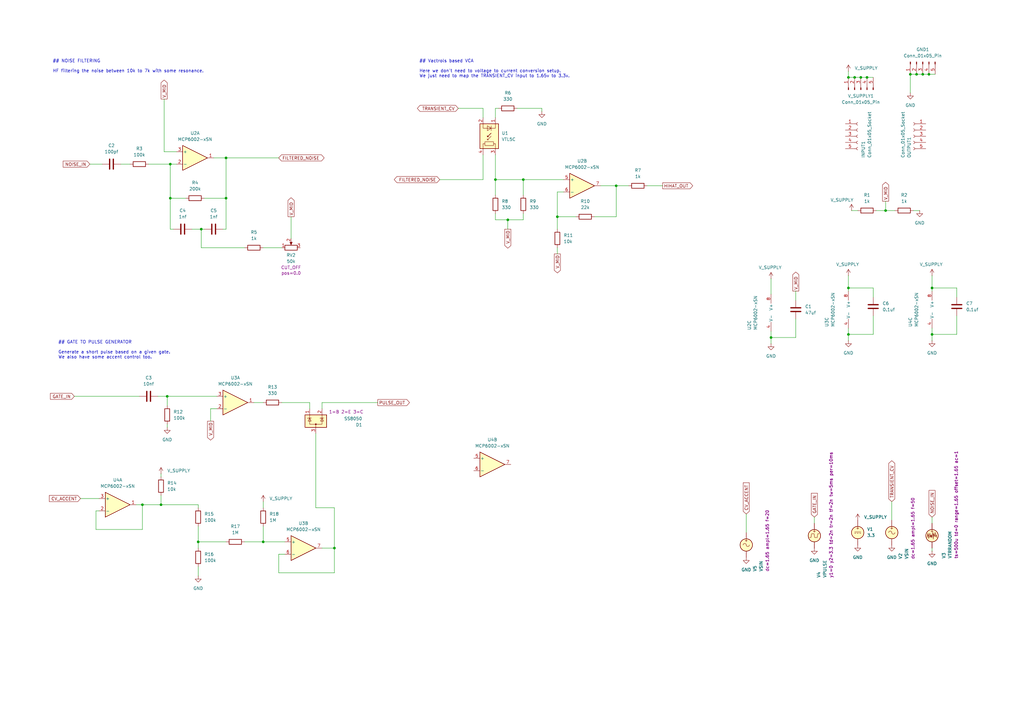
<source format=kicad_sch>
(kicad_sch (version 20231120) (generator "eeschema") (generator_version "8.0")
  (paper "A3")
  (lib_symbols
    (symbol "Amplifier_Operational:MCP6002-xSN" (pin_names (offset 0.127))
      (property "Reference" "U" (at 0 5.08 0))
      (property "Value" "MCP6002-xSN" (at 0 -5.08 0))
      (symbol "MCP6002-xSN_1_1"
        (polyline (pts (xy -5.08 5.08) (xy 5.08 0) (xy -5.08 -5.08) (xy -5.08 5.08)) (stroke (width 0.254)) (fill (type background)))
        (pin output line (at 7.62 0 180) (length 2.54) (name "~") (number "1"))
        (pin input line (at -7.62 -2.54 0) (length 2.54) (name "-") (number "2"))
        (pin input line (at -7.62 2.54 0) (length 2.54) (name "+") (number "3"))
      )
      (symbol "MCP6002-xSN_2_1"
        (polyline (pts (xy -5.08 5.08) (xy 5.08 0) (xy -5.08 -5.08) (xy -5.08 5.08)) (stroke (width 0.254)) (fill (type background)))
        (pin input line (at -7.62 2.54 0) (length 2.54) (name "+") (number "5"))
        (pin input line (at -7.62 -2.54 0) (length 2.54) (name "-") (number "6"))
        (pin output line (at 7.62 0 180) (length 2.54) (name "~") (number "7"))
      )
      (symbol "MCP6002-xSN_3_1"
        (pin power_in line (at -2.54 -7.62 90) (length 3.81) (name "V-") (number "4"))
        (pin power_in line (at -2.54 7.62 270) (length 3.81) (name "V+") (number "8"))
      )
    )
    (symbol "Connector:Conn_01x05_Pin" (pin_names (offset 1.016) hide)
      (property "Reference" "J" (at 0 7.62 0))
      (property "Value" "Conn_01x05_Pin" (at 0 -7.62 0))
      (symbol "Conn_01x05_Pin_1_1"
        (polyline (pts (xy 1.27 -5.08) (xy 0.8636 -5.08)) (stroke (width 0.1524)))
        (polyline (pts (xy 1.27 -2.54) (xy 0.8636 -2.54)) (stroke (width 0.1524)))
        (polyline (pts (xy 1.27 0) (xy 0.8636 0)) (stroke (width 0.1524)))
        (polyline (pts (xy 1.27 2.54) (xy 0.8636 2.54)) (stroke (width 0.1524)))
        (polyline (pts (xy 1.27 5.08) (xy 0.8636 5.08)) (stroke (width 0.1524)))
        (rectangle (start 0.8636 -4.953) (end 0 -5.207) (stroke (width 0.1524)) (fill (type outline)))
        (rectangle (start 0.8636 -2.413) (end 0 -2.667) (stroke (width 0.1524)) (fill (type outline)))
        (rectangle (start 0.8636 0.127) (end 0 -0.127) (stroke (width 0.1524)) (fill (type outline)))
        (rectangle (start 0.8636 2.667) (end 0 2.413) (stroke (width 0.1524)) (fill (type outline)))
        (rectangle (start 0.8636 5.207) (end 0 4.953) (stroke (width 0.1524)) (fill (type outline)))
        (pin passive line (at 5.08 5.08 180) (length 3.81) (name "Pin_1") (number "1"))
        (pin passive line (at 5.08 2.54 180) (length 3.81) (name "Pin_2") (number "2"))
        (pin passive line (at 5.08 0 180) (length 3.81) (name "Pin_3") (number "3"))
        (pin passive line (at 5.08 -2.54 180) (length 3.81) (name "Pin_4") (number "4"))
        (pin passive line (at 5.08 -5.08 180) (length 3.81) (name "Pin_5") (number "5"))
      )
    )
    (symbol "Connector:Conn_01x05_Socket" (pin_names (offset 1.016) hide)
      (property "Reference" "J" (at 0 7.62 0))
      (property "Value" "Conn_01x05_Socket" (at 0 -7.62 0))
      (symbol "Conn_01x05_Socket_1_1"
        (arc (start 0 -4.572) (mid -0.5058 -5.08) (end 0 -5.588) (stroke (width 0.1524)))
        (arc (start 0 -2.032) (mid -0.5058 -2.54) (end 0 -3.048) (stroke (width 0.1524)))
        (polyline (pts (xy -1.27 -5.08) (xy -0.508 -5.08)) (stroke (width 0.1524)))
        (polyline (pts (xy -1.27 -2.54) (xy -0.508 -2.54)) (stroke (width 0.1524)))
        (polyline (pts (xy -1.27 0) (xy -0.508 0)) (stroke (width 0.1524)))
        (polyline (pts (xy -1.27 2.54) (xy -0.508 2.54)) (stroke (width 0.1524)))
        (polyline (pts (xy -1.27 5.08) (xy -0.508 5.08)) (stroke (width 0.1524)))
        (arc (start 0 0.508) (mid -0.5058 0) (end 0 -0.508) (stroke (width 0.1524)))
        (arc (start 0 3.048) (mid -0.5058 2.54) (end 0 2.032) (stroke (width 0.1524)))
        (arc (start 0 5.588) (mid -0.5058 5.08) (end 0 4.572) (stroke (width 0.1524)))
        (pin passive line (at -5.08 5.08 0) (length 3.81) (name "Pin_1") (number "1"))
        (pin passive line (at -5.08 2.54 0) (length 3.81) (name "Pin_2") (number "2"))
        (pin passive line (at -5.08 0 0) (length 3.81) (name "Pin_3") (number "3"))
        (pin passive line (at -5.08 -2.54 0) (length 3.81) (name "Pin_4") (number "4"))
        (pin passive line (at -5.08 -5.08 0) (length 3.81) (name "Pin_5") (number "5"))
      )
    )
    (symbol "Device:C" (pin_numbers hide) (pin_names (offset 0.254))
      (property "Reference" "C" (at 0.635 2.54 0))
      (property "Value" "C" (at 0.635 -2.54 0))
      (symbol "C_0_1"
        (polyline (pts (xy -2.032 -0.762) (xy 2.032 -0.762)) (stroke (width 0.508)))
        (polyline (pts (xy -2.032 0.762) (xy 2.032 0.762)) (stroke (width 0.508)))
      )
      (symbol "C_1_1"
        (pin passive line (at 0 3.81 270) (length 2.794) (name "~") (number "1"))
        (pin passive line (at 0 -3.81 90) (length 2.794) (name "~") (number "2"))
      )
    )
    (symbol "Device:R" (pin_numbers hide) (pin_names (offset 0))
      (property "Reference" "R" (at 2.032 0 90))
      (property "Value" "R" (at 0 0 90))
      (symbol "R_0_1"
        (rectangle (start -1.016 -2.54) (end 1.016 2.54) (stroke (width 0.254)))
      )
      (symbol "R_1_1"
        (pin passive line (at 0 3.81 270) (length 1.27) (name "~") (number "1"))
        (pin passive line (at 0 -3.81 90) (length 1.27) (name "~") (number "2"))
      )
    )
    (symbol "Device:R_Potentiometer" (pin_names (offset 1.016) hide)
      (property "Reference" "RV" (at -4.445 0 90))
      (property "Value" "R_Potentiometer" (at -2.54 0 90))
      (symbol "R_Potentiometer_0_1"
        (polyline (pts (xy 2.54 0) (xy 1.524 0)))
        (polyline (pts (xy 1.143 0) (xy 2.286 0.508) (xy 2.286 -0.508) (xy 1.143 0)) (fill (type outline)))
        (rectangle (start 1.016 2.54) (end -1.016 -2.54) (stroke (width 0.254)))
      )
      (symbol "R_Potentiometer_1_1"
        (pin passive line (at 0 3.81 270) (length 1.27) (name "1") (number "1"))
        (pin passive line (at 3.81 0 180) (length 1.27) (name "2") (number "2"))
        (pin passive line (at 0 -3.81 90) (length 1.27) (name "3") (number "3"))
      )
    )
    (symbol "Isolator:VTL5C" (pin_names (offset 1.016) hide)
      (property "Reference" "U" (at 0 5.08 0))
      (property "Value" "VTL5C" (at 0 -5.08 0))
      (symbol "VTL5C_0_1"
        (rectangle (start -5.08 3.81) (end 5.08 -3.81) (stroke (width 0.254)) (fill (type background)))
        (polyline (pts (xy -4.318 0.762) (xy -2.286 0.762)))
        (polyline (pts (xy -1.27 0.762) (xy 0.254 -0.762)))
        (polyline (pts (xy -1.27 0.762) (xy 0.254 -0.762)))
        (polyline (pts (xy 0 0.762) (xy 1.524 -0.762)))
        (polyline (pts (xy 0.254 -0.254) (xy 0.254 -0.762) (xy -0.254 -0.762)))
        (polyline (pts (xy 0.254 -0.254) (xy 0.254 -0.762) (xy -0.254 -0.762)))
        (polyline (pts (xy 1.524 -0.254) (xy 1.524 -0.762) (xy 1.016 -0.762)))
        (polyline (pts (xy 3.048 -1.778) (xy 3.048 -2.54) (xy 5.08 -2.54)))
        (polyline (pts (xy 3.048 1.778) (xy 3.048 2.54) (xy 5.08 2.54)))
        (polyline (pts (xy -5.08 -2.54) (xy -3.302 -2.54) (xy -3.302 2.54) (xy -5.08 2.54)))
        (rectangle (start 2.286 1.778) (end 3.81 -1.778))
      )
      (symbol "VTL5C_1_1"
        (polyline (pts (xy -4.318 -0.762) (xy -3.302 0.762) (xy -2.286 -0.762) (xy -4.318 -0.762)))
        (pin passive line (at -7.62 2.54 0) (length 2.54) (name "-") (number "1"))
        (pin passive line (at -7.62 -2.54 0) (length 2.54) (name "+") (number "2"))
        (pin passive line (at 7.62 2.54 180) (length 2.54) (name "~") (number "3"))
        (pin passive line (at 7.62 -2.54 180) (length 2.54) (name "~") (number "4"))
      )
    )
    (symbol "Power_Protection:ESDA5V3L" (pin_names hide)
      (property "Reference" "D" (at 5.715 2.54 0))
      (property "Value" "ESDA5V3L" (at 5.715 0.635 0))
      (symbol "ESDA5V3L_0_0"
        (pin passive line (at 0 -5.08 90) (length 2.54) (name "A") (number "3"))
      )
      (symbol "ESDA5V3L_0_1"
        (rectangle (start -4.445 2.54) (end 4.445 -2.54) (stroke (width 0.254)) (fill (type background)))
        (circle (center 0 -1.27) (radius 0.254) (fill (type outline)))
        (polyline (pts (xy -2.54 2.54) (xy -2.54 1.27)))
        (polyline (pts (xy 0 -1.27) (xy 0 -2.54)))
        (polyline (pts (xy 2.54 2.54) (xy 2.54 1.27)))
        (polyline (pts (xy -3.302 1.016) (xy -3.302 1.27) (xy -1.905 1.27) (xy -1.778 1.27)))
        (polyline (pts (xy -2.54 1.27) (xy -2.54 -1.27) (xy 2.54 -1.27) (xy 2.54 1.27)))
        (polyline (pts (xy -2.54 1.27) (xy -1.905 0) (xy -3.175 0) (xy -2.54 1.27)))
        (polyline (pts (xy 1.778 1.016) (xy 1.778 1.27) (xy 3.175 1.27) (xy 3.302 1.27)))
        (polyline (pts (xy 2.54 1.27) (xy 1.905 0) (xy 3.175 0) (xy 2.54 1.27)))
      )
      (symbol "ESDA5V3L_1_1"
        (pin passive line (at -2.54 5.08 270) (length 2.54) (name "K") (number "1"))
        (pin passive line (at 2.54 5.08 270) (length 2.54) (name "K") (number "2"))
      )
    )
    (symbol "Simulation_SPICE:VDC" (pin_numbers hide) (pin_names (offset 0.0254))
      (property "Reference" "V" (at 2.54 2.54 0))
      (property "Value" "1" (at 2.54 0 0))
      (symbol "VDC_0_0"
        (polyline (pts (xy -1.27 0.254) (xy 1.27 0.254)))
        (polyline (pts (xy -0.762 -0.254) (xy -1.27 -0.254)))
        (polyline (pts (xy 0.254 -0.254) (xy -0.254 -0.254)))
        (polyline (pts (xy 1.27 -0.254) (xy 0.762 -0.254)))
        (text "+" (at 0 1.905 0) (effects (font (size 1.27 1.27))))
      )
      (symbol "VDC_0_1"
        (circle (center 0 0) (radius 2.54) (stroke (width 0.254)) (fill (type background)))
      )
      (symbol "VDC_1_1"
        (pin passive line (at 0 5.08 270) (length 2.54) (name "~") (number "1"))
        (pin passive line (at 0 -5.08 90) (length 2.54) (name "~") (number "2"))
      )
    )
    (symbol "Simulation_SPICE:VPULSE" (pin_numbers hide) (pin_names (offset 0.0254))
      (property "Reference" "V" (at 2.54 2.54 0))
      (property "Value" "VPULSE" (at 2.54 0 0))
      (property "Sim.Params" "y1=0 y2=1 td=2n tr=2n tf=2n tw=50n per=100n" (at 2.54 -2.54 0))
      (symbol "VPULSE_0_0"
        (polyline (pts (xy -2.032 -0.762) (xy -1.397 -0.762) (xy -1.143 0.762) (xy -0.127 0.762) (xy 0.127 -0.762) (xy 1.143 -0.762) (xy 1.397 0.762) (xy 2.032 0.762)))
        (text "+" (at 0 1.905 0) (effects (font (size 1.27 1.27))))
      )
      (symbol "VPULSE_0_1"
        (circle (center 0 0) (radius 2.54) (stroke (width 0.254)) (fill (type background)))
      )
      (symbol "VPULSE_1_1"
        (pin passive line (at 0 5.08 270) (length 2.54) (name "~") (number "1"))
        (pin passive line (at 0 -5.08 90) (length 2.54) (name "~") (number "2"))
      )
    )
    (symbol "Simulation_SPICE:VSIN" (pin_numbers hide) (pin_names (offset 0.0254))
      (property "Reference" "V" (at 2.54 2.54 0))
      (property "Value" "VSIN" (at 2.54 0 0))
      (property "Sim.Params" "dc=0 ampl=1 f=1k ac=1" (at 2.54 -2.54 0))
      (symbol "VSIN_0_0"
        (arc (start 0 0) (mid -0.635 0.6323) (end -1.27 0))
        (arc (start 0 0) (mid 0.635 -0.6323) (end 1.27 0))
        (text "+" (at 0 1.905 0) (effects (font (size 1.27 1.27))))
      )
      (symbol "VSIN_0_1"
        (circle (center 0 0) (radius 2.54) (stroke (width 0.254)) (fill (type background)))
      )
      (symbol "VSIN_1_1"
        (pin passive line (at 0 5.08 270) (length 2.54) (name "~") (number "1"))
        (pin passive line (at 0 -5.08 90) (length 2.54) (name "~") (number "2"))
      )
    )
    (symbol "Simulation_SPICE:VTRRANDOM" (pin_numbers hide) (pin_names (offset 0.0254))
      (property "Reference" "V" (at 2.54 2.54 0))
      (property "Value" "VTRRANDOM" (at 2.54 0 0))
      (property "Sim.Params" "ts=1u td=0 range=1 offset=0" (at 2.54 -2.54 0))
      (symbol "VTRRANDOM_0_0"
        (text "+" (at 0 1.905 0) (effects (font (size 1.27 1.27))))
      )
      (symbol "VTRRANDOM_0_1"
        (polyline (pts (xy -2.032 -0.762) (xy -1.651 1.143) (xy -1.651 -0.254) (xy -1.524 0.508) (xy -1.397 -1.143) (xy -0.889 1.016) (xy -0.762 -0.762) (xy -0.508 0.254) (xy -0.381 -0.508) (xy -0.254 0.381) (xy -0.127 -0.889) (xy 0.381 1.397) (xy 0.508 -1.397) (xy 0.635 0.762) (xy 1.016 -0.381) (xy 1.27 1.397) (xy 1.524 -0.508) (xy 1.778 0.381) (xy 2.032 -0.889)))
        (circle (center 0 0) (radius 2.54) (stroke (width 0.254)) (fill (type background)))
      )
      (symbol "VTRRANDOM_1_1"
        (pin passive line (at 0 5.08 270) (length 2.54) (name "~") (number "1"))
        (pin passive line (at 0 -5.08 90) (length 2.54) (name "~") (number "2"))
      )
    )
    (symbol "power:+5V" (power) (pin_numbers hide) (pin_names (offset 0) hide)
      (property "Value" "+5V" (at 0 3.556 0))
      (symbol "+5V_0_1"
        (polyline (pts (xy -0.762 1.27) (xy 0 2.54)))
        (polyline (pts (xy 0 0) (xy 0 2.54)))
        (polyline (pts (xy 0 2.54) (xy 0.762 1.27)))
      )
      (symbol "+5V_1_1"
        (pin power_in line (at 0 0 90) (length 0) (name "~") (number "1"))
      )
    )
    (symbol "power:GND" (power) (pin_numbers hide) (pin_names (offset 0) hide)
      (property "Value" "GND" (at 0 -3.81 0))
      (symbol "GND_0_1"
        (polyline (pts (xy 0 0) (xy 0 -1.27) (xy 1.27 -1.27) (xy 0 -2.54) (xy -1.27 -1.27) (xy 0 -1.27)))
      )
      (symbol "GND_1_1"
        (pin power_in line (at 0 0 270) (length 0) (name "~") (number "1"))
      )
    )
  )
  (junction (at 68.58 162.56))
  (junction (at 350.52 31.75))
  (junction (at 137.16 224.79))
  (junction (at 375.92 30.48))
  (junction (at 58.42 207.01))
  (junction (at 92.71 81.28))
  (junction (at 347.98 31.75))
  (junction (at 252.73 76.2))
  (junction (at 355.6 31.75))
  (junction (at 381 30.48))
  (junction (at 363.22 86.36))
  (junction (at 81.28 222.25))
  (junction (at 208.28 90.17))
  (junction (at 203.2 73.66))
  (junction (at 378.46 30.48))
  (junction (at 228.6 88.9))
  (junction (at 382.27 137.16))
  (junction (at 214.63 73.66))
  (junction (at 316.23 138.43))
  (junction (at 69.85 81.28))
  (junction (at 69.85 67.31))
  (junction (at 107.95 222.25))
  (junction (at 82.55 93.98))
  (junction (at 92.71 64.77))
  (junction (at 347.98 137.16))
  (junction (at 353.06 31.75))
  (junction (at 66.04 207.01))
  (junction (at 382.27 118.11))
  (junction (at 373.38 30.48))
  (junction (at 347.98 118.11))
  (wire (pts (xy 382.27 118.11) (xy 382.27 119.38)))
  (wire (pts (xy 203.2 87.63) (xy 203.2 90.17)))
  (wire (pts (xy 137.16 224.79) (xy 137.16 234.95)))
  (wire (pts (xy 68.58 175.26) (xy 68.58 173.99)))
  (wire (pts (xy 33.02 204.47) (xy 40.64 204.47)))
  (wire (pts (xy 392.43 129.54) (xy 392.43 137.16)))
  (wire (pts (xy 81.28 215.9) (xy 81.28 222.25)))
  (wire (pts (xy 382.27 226.06) (xy 382.27 224.79)))
  (wire (pts (xy 392.43 121.92) (xy 392.43 118.11)))
  (wire (pts (xy 252.73 88.9) (xy 243.84 88.9)))
  (wire (pts (xy 107.95 205.74) (xy 107.95 208.28)))
  (wire (pts (xy 81.28 222.25) (xy 81.28 224.79)))
  (wire (pts (xy 132.08 165.1) (xy 132.08 167.64)))
  (wire (pts (xy 228.6 88.9) (xy 228.6 78.74)))
  (wire (pts (xy 58.42 207.01) (xy 66.04 207.01)))
  (wire (pts (xy 316.23 138.43) (xy 316.23 140.97)))
  (wire (pts (xy 69.85 93.98) (xy 69.85 81.28)))
  (wire (pts (xy 58.42 217.17) (xy 39.37 217.17)))
  (wire (pts (xy 347.98 118.11) (xy 358.14 118.11)))
  (wire (pts (xy 355.6 31.75) (xy 358.14 31.75)))
  (wire (pts (xy 83.82 81.28) (xy 92.71 81.28)))
  (wire (pts (xy 228.6 78.74) (xy 231.14 78.74)))
  (wire (pts (xy 326.39 130.81) (xy 326.39 138.43)))
  (wire (pts (xy 86.36 167.64) (xy 86.36 172.72)))
  (wire (pts (xy 76.2 81.28) (xy 69.85 81.28)))
  (wire (pts (xy 316.23 114.3) (xy 316.23 120.65)))
  (wire (pts (xy 347.98 31.75) (xy 350.52 31.75)))
  (wire (pts (xy 358.14 121.92) (xy 358.14 118.11)))
  (wire (pts (xy 66.04 194.31) (xy 66.04 195.58)))
  (wire (pts (xy 91.44 93.98) (xy 92.71 93.98)))
  (wire (pts (xy 347.98 113.03) (xy 347.98 118.11)))
  (wire (pts (xy 228.6 101.6) (xy 228.6 104.14)))
  (wire (pts (xy 326.39 123.19) (xy 326.39 119.38)))
  (wire (pts (xy 107.95 101.6) (xy 115.57 101.6)))
  (wire (pts (xy 358.14 129.54) (xy 358.14 137.16)))
  (wire (pts (xy 55.88 207.01) (xy 58.42 207.01)))
  (wire (pts (xy 381 30.48) (xy 383.54 30.48)))
  (wire (pts (xy 100.33 101.6) (xy 82.55 101.6)))
  (wire (pts (xy 107.95 215.9) (xy 107.95 222.25)))
  (wire (pts (xy 129.54 208.28) (xy 137.16 208.28)))
  (wire (pts (xy 363.22 82.55) (xy 363.22 86.36)))
  (wire (pts (xy 363.22 86.36) (xy 367.03 86.36)))
  (wire (pts (xy 114.3 234.95) (xy 114.3 227.33)))
  (wire (pts (xy 203.2 90.17) (xy 208.28 90.17)))
  (wire (pts (xy 92.71 93.98) (xy 92.71 81.28)))
  (wire (pts (xy 53.34 67.31) (xy 49.53 67.31)))
  (wire (pts (xy 78.74 93.98) (xy 82.55 93.98)))
  (wire (pts (xy 353.06 31.75) (xy 355.6 31.75)))
  (wire (pts (xy 198.12 73.66) (xy 198.12 63.5)))
  (wire (pts (xy 334.01 212.09) (xy 334.01 214.63)))
  (wire (pts (xy 137.16 208.28) (xy 137.16 224.79)))
  (wire (pts (xy 252.73 76.2) (xy 252.73 88.9)))
  (wire (pts (xy 222.25 44.45) (xy 212.09 44.45)))
  (wire (pts (xy 373.38 30.48) (xy 375.92 30.48)))
  (wire (pts (xy 347.98 134.62) (xy 347.98 137.16)))
  (wire (pts (xy 377.19 86.36) (xy 374.65 86.36)))
  (wire (pts (xy 72.39 62.23) (xy 67.31 62.23)))
  (wire (pts (xy 114.3 227.33) (xy 116.84 227.33)))
  (wire (pts (xy 382.27 118.11) (xy 392.43 118.11)))
  (wire (pts (xy 39.37 217.17) (xy 39.37 209.55)))
  (wire (pts (xy 382.27 113.03) (xy 382.27 118.11)))
  (wire (pts (xy 373.38 30.48) (xy 373.38 38.1)))
  (wire (pts (xy 228.6 88.9) (xy 228.6 93.98)))
  (wire (pts (xy 92.71 64.77) (xy 87.63 64.77)))
  (wire (pts (xy 349.25 86.36) (xy 351.79 86.36)))
  (wire (pts (xy 208.28 90.17) (xy 208.28 93.98)))
  (wire (pts (xy 347.98 31.75) (xy 347.98 29.21)))
  (wire (pts (xy 231.14 73.66) (xy 214.63 73.66)))
  (wire (pts (xy 271.78 76.2) (xy 265.43 76.2)))
  (wire (pts (xy 69.85 67.31) (xy 72.39 67.31)))
  (wire (pts (xy 100.33 222.25) (xy 107.95 222.25)))
  (wire (pts (xy 68.58 162.56) (xy 64.77 162.56)))
  (wire (pts (xy 180.34 73.66) (xy 198.12 73.66)))
  (wire (pts (xy 66.04 207.01) (xy 81.28 207.01)))
  (wire (pts (xy 208.28 90.17) (xy 214.63 90.17)))
  (wire (pts (xy 60.96 67.31) (xy 69.85 67.31)))
  (wire (pts (xy 119.38 88.9) (xy 119.38 97.79)))
  (wire (pts (xy 107.95 222.25) (xy 116.84 222.25)))
  (wire (pts (xy 30.48 162.56) (xy 57.15 162.56)))
  (wire (pts (xy 382.27 212.09) (xy 382.27 214.63)))
  (wire (pts (xy 154.94 165.1) (xy 132.08 165.1)))
  (wire (pts (xy 81.28 208.28) (xy 81.28 207.01)))
  (wire (pts (xy 378.46 30.48) (xy 381 30.48)))
  (wire (pts (xy 214.63 73.66) (xy 214.63 80.01)))
  (wire (pts (xy 137.16 234.95) (xy 114.3 234.95)))
  (wire (pts (xy 132.08 224.79) (xy 137.16 224.79)))
  (wire (pts (xy 81.28 232.41) (xy 81.28 236.22)))
  (wire (pts (xy 203.2 73.66) (xy 214.63 73.66)))
  (wire (pts (xy 58.42 207.01) (xy 58.42 217.17)))
  (wire (pts (xy 88.9 167.64) (xy 86.36 167.64)))
  (wire (pts (xy 81.28 222.25) (xy 92.71 222.25)))
  (wire (pts (xy 252.73 76.2) (xy 257.81 76.2)))
  (wire (pts (xy 82.55 101.6) (xy 82.55 93.98)))
  (wire (pts (xy 127 165.1) (xy 127 167.64)))
  (wire (pts (xy 222.25 45.72) (xy 222.25 44.45)))
  (wire (pts (xy 187.96 44.45) (xy 198.12 44.45)))
  (wire (pts (xy 326.39 138.43) (xy 316.23 138.43)))
  (wire (pts (xy 365.76 205.74) (xy 365.76 213.36)))
  (wire (pts (xy 82.55 93.98) (xy 83.82 93.98)))
  (wire (pts (xy 382.27 137.16) (xy 382.27 139.7)))
  (wire (pts (xy 316.23 135.89) (xy 316.23 138.43)))
  (wire (pts (xy 347.98 118.11) (xy 347.98 119.38)))
  (wire (pts (xy 392.43 137.16) (xy 382.27 137.16)))
  (wire (pts (xy 350.52 31.75) (xy 353.06 31.75)))
  (wire (pts (xy 382.27 134.62) (xy 382.27 137.16)))
  (wire (pts (xy 115.57 165.1) (xy 127 165.1)))
  (wire (pts (xy 203.2 63.5) (xy 203.2 73.66)))
  (wire (pts (xy 67.31 40.64) (xy 67.31 62.23)))
  (wire (pts (xy 359.41 86.36) (xy 363.22 86.36)))
  (wire (pts (xy 129.54 177.8) (xy 129.54 208.28)))
  (wire (pts (xy 306.07 210.82) (xy 306.07 218.44)))
  (wire (pts (xy 203.2 73.66) (xy 203.2 80.01)))
  (wire (pts (xy 36.83 67.31) (xy 41.91 67.31)))
  (wire (pts (xy 358.14 137.16) (xy 347.98 137.16)))
  (wire (pts (xy 66.04 203.2) (xy 66.04 207.01)))
  (wire (pts (xy 347.98 137.16) (xy 347.98 139.7)))
  (wire (pts (xy 214.63 90.17) (xy 214.63 87.63)))
  (wire (pts (xy 68.58 166.37) (xy 68.58 162.56)))
  (wire (pts (xy 204.47 44.45) (xy 203.2 44.45)))
  (wire (pts (xy 107.95 165.1) (xy 104.14 165.1)))
  (wire (pts (xy 203.2 44.45) (xy 203.2 48.26)))
  (wire (pts (xy 39.37 209.55) (xy 40.64 209.55)))
  (wire (pts (xy 246.38 76.2) (xy 252.73 76.2)))
  (wire (pts (xy 68.58 162.56) (xy 88.9 162.56)))
  (wire (pts (xy 92.71 64.77) (xy 114.3 64.77)))
  (wire (pts (xy 69.85 81.28) (xy 69.85 67.31)))
  (wire (pts (xy 198.12 44.45) (xy 198.12 48.26)))
  (wire (pts (xy 71.12 93.98) (xy 69.85 93.98)))
  (wire (pts (xy 375.92 30.48) (xy 378.46 30.48)))
  (wire (pts (xy 92.71 81.28) (xy 92.71 64.77)))
  (wire (pts (xy 236.22 88.9) (xy 228.6 88.9)))
  (text "## NOISE FILTERING\n\nHF filtering the noise between 10k to 7k with some resonance." (at 21.59 27.178 0) (effects (font (size 1.27 1.27)) (justify left)))
  (text "## Vactrols based VCA\n\nHere we don't need to voltage to current conversion setup.\nWe just need to map the TRANSIENT_CV input to 1.65v to 3.3v. " (at 171.958 28.194 0) (effects (font (size 1.27 1.27)) (justify left)))
  (text "## GATE TO PULSE GENERATOR\n\nGenerate a short pulse based on a given gate.\nWe also have some accent control too." (at 23.876 143.51 0) (effects (font (size 1.27 1.27)) (justify left)))
  (global_label "NOISE_IN" (shape input) (at 382.27 212.09 90) (property "Intersheetrefs" "${INTERSHEET_REFS}" (effects (hide yes))))
  (global_label "V_MID" (shape output) (at 119.38 88.9 90) (property "Intersheetrefs" "${INTERSHEET_REFS}" (effects (hide yes))))
  (global_label "TRANSIENT_CV" (shape bidirectional) (at 187.96 44.45 180) (property "Intersheetrefs" "${INTERSHEET_REFS}" (effects (hide yes))))
  (global_label "V_MID" (shape output) (at 67.31 40.64 90) (property "Intersheetrefs" "${INTERSHEET_REFS}" (effects (hide yes))))
  (global_label "CV_ACCENT" (shape input) (at 306.07 210.82 90) (property "Intersheetrefs" "${INTERSHEET_REFS}" (effects (hide yes))))
  (global_label "GATE_IN" (shape input) (at 30.48 162.56 180) (property "Intersheetrefs" "${INTERSHEET_REFS}" (effects (hide yes))))
  (global_label "V_MID" (shape output) (at 228.6 104.14 270) (property "Intersheetrefs" "${INTERSHEET_REFS}" (effects (hide yes))))
  (global_label "NOISE_IN" (shape input) (at 36.83 67.31 180) (property "Intersheetrefs" "${INTERSHEET_REFS}" (effects (hide yes))))
  (global_label "HIHAT_OUT" (shape output) (at 271.78 76.2 0) (property "Intersheetrefs" "${INTERSHEET_REFS}" (effects (hide yes))))
  (global_label "V_MID" (shape output) (at 326.39 119.38 90) (property "Intersheetrefs" "${INTERSHEET_REFS}" (effects (hide yes))))
  (global_label "FILTERED_NOISE" (shape bidirectional) (at 180.34 73.66 180) (property "Intersheetrefs" "${INTERSHEET_REFS}" (effects (hide yes))))
  (global_label "GATE_IN" (shape input) (at 334.01 212.09 90) (property "Intersheetrefs" "${INTERSHEET_REFS}" (effects (hide yes))))
  (global_label "PULSE_OUT" (shape output) (at 154.94 165.1 0) (property "Intersheetrefs" "${INTERSHEET_REFS}" (effects (hide yes))))
  (global_label "CV_ACCENT" (shape input) (at 33.02 204.47 180) (property "Intersheetrefs" "${INTERSHEET_REFS}" (effects (hide yes))))
  (global_label "FILTERED_NOISE" (shape bidirectional) (at 114.3 64.77 0) (property "Intersheetrefs" "${INTERSHEET_REFS}" (effects (hide yes))))
  (global_label "V_MID" (shape output) (at 86.36 172.72 270) (property "Intersheetrefs" "${INTERSHEET_REFS}" (effects (hide yes))))
  (global_label "V_MID" (shape output) (at 363.22 82.55 90) (property "Intersheetrefs" "${INTERSHEET_REFS}" (effects (hide yes))))
  (global_label "TRANSIENT_CV" (shape bidirectional) (at 365.76 205.74 90) (property "Intersheetrefs" "${INTERSHEET_REFS}" (effects (hide yes))))
  (global_label "V_MID" (shape output) (at 208.28 93.98 270) (property "Intersheetrefs" "${INTERSHEET_REFS}" (effects (hide yes))))
  (symbol (lib_id "Device:R") (at 68.58 170.18 180) (unit 1)
    (property "Reference" "R12" (at 71.12 168.9099 0) (effects (justify right)))
    (property "Value" "100k" (at 71.12 171.4499 0) (effects (justify right)))
    (property "Description" "Resistor" (effects (hide yes)))
  )
  (symbol (lib_id "Amplifier_Operational:MCP6002-xSN") (at 124.46 224.79 0) (unit 2)
    (property "Reference" "U3" (at 124.46 214.63 0))
    (property "Value" "MCP6002-xSN" (at 124.46 217.17 0))
    (property "Footprint" "Package_SO:SOIC-8-1EP_3.9x4.9mm_P1.27mm_EP2.29x3mm" (effects (hide yes)))
    (property "Datasheet" "http://ww1.microchip.com/downloads/en/DeviceDoc/21733j.pdf" (effects (hide yes)))
    (property "Description" "1MHz, Low-Power Op Amp, SOIC-8" (effects (hide yes)))
    (property "Sim.Library" "${KICAD8_SYMBOL_DIR}/Simulation_SPICE.sp" (effects (hide yes)))
    (property "Sim.Name" "kicad_builtin_opamp_dual" (effects (hide yes)))
    (property "Sim.Device" "SUBCKT" (effects (hide yes)))
    (property "Sim.Pins" "1=out1 2=in1- 3=in1+ 4=vee 5=in2+ 6=in2- 7=out2 8=vcc" (effects (hide yes)))
  )
  (symbol (lib_id "Device:R") (at 355.6 86.36 90) (unit 1)
    (property "Reference" "R1" (at 355.6 80.01 90))
    (property "Value" "1k" (at 355.6 82.55 90))
    (property "Description" "Resistor" (effects (hide yes)))
  )
  (symbol (lib_id "power:GND") (at 81.28 236.22 0) (unit 1)
    (property "Reference" "#PWR016" (effects (hide yes)))
    (property "Value" "GND" (at 81.28 241.3 0))
    (property "Description" "Power symbol creates a global label with name \"GND\" , ground" (effects (hide yes)))
  )
  (symbol (lib_id "Device:R") (at 208.28 44.45 90) (unit 1)
    (property "Reference" "R6" (at 208.28 38.1 90))
    (property "Value" "330" (at 208.28 40.64 90))
    (property "Description" "Resistor" (effects (hide yes)))
  )
  (symbol (lib_id "Simulation_SPICE:VDC") (at 351.79 218.44 0) (unit 1) (on_board no)
    (property "Reference" "V1" (at 355.6 217.0401 0) (effects (justify left)))
    (property "Value" "3.3" (at 355.6 219.5801 0) (effects (justify left)))
    (property "Datasheet" "https://ngspice.sourceforge.io/docs/ngspice-html-manual/manual.xhtml#sec_Independent_Sources_for" (effects (hide yes)))
    (property "Description" "Voltage source, DC" (effects (hide yes)))
    (property "Sim.Pins" "1=+ 2=-" (effects (hide yes)))
    (property "Sim.Type" "DC" (effects (hide yes)))
    (property "Sim.Device" "V" (effects (hide yes)))
  )
  (symbol (lib_id "Device:R") (at 80.01 81.28 90) (unit 1)
    (property "Reference" "R4" (at 80.01 74.93 90))
    (property "Value" "200k" (at 80.01 77.47 90))
    (property "Description" "Resistor" (effects (hide yes)))
  )
  (symbol (lib_id "Device:R") (at 214.63 83.82 180) (unit 1)
    (property "Reference" "R9" (at 217.17 82.5499 0) (effects (justify right)))
    (property "Value" "330" (at 217.17 85.0899 0) (effects (justify right)))
    (property "Description" "Resistor" (effects (hide yes)))
  )
  (symbol (lib_id "power:+5V") (at 316.23 114.3 0) (unit 1)
    (property "Reference" "#PWR08" (effects (hide yes)))
    (property "Value" "V_SUPPLY" (at 311.15 109.728 0) (effects (justify left)))
    (property "Description" "Power symbol creates a global label with name \"+5V\"" (effects (hide yes)))
  )
  (symbol (lib_id "power:GND") (at 347.98 139.7 0) (unit 1)
    (property "Reference" "#PWR014" (effects (hide yes)))
    (property "Value" "GND" (at 347.98 144.78 0))
    (property "Description" "Power symbol creates a global label with name \"GND\" , ground" (effects (hide yes)))
  )
  (symbol (lib_id "Connector:Conn_01x05_Pin") (at 353.06 36.83 90) (unit 1) (exclude_from_sim yes)
    (property "Reference" "V_SUPPLY1" (at 353.06 39.37 90))
    (property "Value" "Conn_01x05_Pin" (at 353.06 41.91 90))
    (property "Footprint" "BreadModular_MISC:Power_Connector" (effects (hide yes)))
    (property "Description" "Generic connector, single row, 01x05, script generated" (effects (hide yes)))
  )
  (symbol (lib_id "Power_Protection:ESDA5V3L") (at 129.54 172.72 0) (unit 1)
    (property "Reference" "D1" (at 148.59 174.2441 0) (effects (justify right)))
    (property "Value" "SS8050" (at 148.59 171.7041 0) (effects (justify right)))
    (property "Footprint" "Package_TO_SOT_SMD:SOT-23" (effects (hide yes)))
    (property "Datasheet" "https://www.st.com/resource/en/datasheet/esdal.pdf" (effects (hide yes)))
    (property "Description" "TVS Diode Array, 5.5V Standoff, 2 Channels, SOT23" (effects (hide yes)))
    (property "Sim.Device" "NPN" (effects (hide yes)))
    (property "Sim.Type" "GUMMELPOON" (effects (hide yes)))
    (property "Sim.Pins" "1=B 2=E 3=C" (at 141.986 168.91 0))
  )
  (symbol (lib_id "Device:C") (at 60.96 162.56 90) (unit 1)
    (property "Reference" "C3" (at 60.96 154.94 90))
    (property "Value" "10nf" (at 60.96 157.48 90))
    (property "Description" "Unpolarized capacitor" (effects (hide yes)))
  )
  (symbol (lib_id "Device:C") (at 87.63 93.98 90) (unit 1)
    (property "Reference" "C5" (at 87.63 86.36 90))
    (property "Value" "1nf" (at 87.63 88.9 90))
    (property "Description" "Unpolarized capacitor" (effects (hide yes)))
  )
  (symbol (lib_id "Device:C") (at 45.72 67.31 90) (unit 1)
    (property "Reference" "C2" (at 45.72 59.69 90))
    (property "Value" "100pf" (at 45.72 62.23 90))
    (property "Description" "Unpolarized capacitor" (effects (hide yes)))
  )
  (symbol (lib_id "Simulation_SPICE:VTRRANDOM") (at 382.27 219.71 0) (unit 1) (on_board no)
    (property "Reference" "V3" (at 387.096 229.108 90) (effects (justify left)))
    (property "Value" "VTRRANDOM" (at 389.636 229.108 90) (effects (justify left)))
    (property "Datasheet" "https://ngspice.sourceforge.io/docs/ngspice-html-manual/manual.xhtml#subsec_Random_voltage_source" (effects (hide yes)))
    (property "Description" "Voltage source, random noise" (effects (hide yes)))
    (property "Sim.Pins" "1=+ 2=-" (effects (hide yes)))
    (property "Sim.Params" "ts=500u td=0 range=1.65 offset=1.65 ac=1" (at 392.176 229.108 90) (effects (justify left)))
    (property "Sim.Type" "RANDUNIFORM" (effects (hide yes)))
    (property "Sim.Device" "V" (effects (hide yes)))
  )
  (symbol (lib_id "Device:R") (at 203.2 83.82 180) (unit 1)
    (property "Reference" "R8" (at 205.74 82.5499 0) (effects (justify right)))
    (property "Value" "330" (at 205.74 85.0899 0) (effects (justify right)))
    (property "Description" "Resistor" (effects (hide yes)))
  )
  (symbol (lib_id "power:GND") (at 382.27 139.7 0) (unit 1)
    (property "Reference" "#PWR021" (effects (hide yes)))
    (property "Value" "GND" (at 382.27 144.78 0))
    (property "Description" "Power symbol creates a global label with name \"GND\" , ground" (effects (hide yes)))
  )
  (symbol (lib_id "power:+5V") (at 351.79 213.36 0) (unit 1)
    (property "Reference" "#PWR02" (effects (hide yes)))
    (property "Value" "V_SUPPLY" (at 354.33 212.0899 0) (effects (justify left)))
    (property "Description" "Power symbol creates a global label with name \"+5V\"" (effects (hide yes)))
  )
  (symbol (lib_id "Simulation_SPICE:VPULSE") (at 334.01 219.71 0) (unit 1)
    (property "Reference" "V4" (at 335.788 236.982 90) (effects (justify left)))
    (property "Value" "VPULSE" (at 338.328 236.982 90) (effects (justify left)))
    (property "Datasheet" "https://ngspice.sourceforge.io/docs/ngspice-html-manual/manual.xhtml#sec_Independent_Sources_for" (effects (hide yes)))
    (property "Description" "Voltage source, pulse" (effects (hide yes)))
    (property "Sim.Pins" "1=+ 2=-" (effects (hide yes)))
    (property "Sim.Type" "PULSE" (effects (hide yes)))
    (property "Sim.Device" "V" (effects (hide yes)))
    (property "Sim.Params" "y1=0 y2=3.3 td=2n tr=2n tf=2n tw=5ms per=10ms" (at 340.868 236.982 90) (effects (justify left)))
  )
  (symbol (lib_id "Device:R") (at 240.03 88.9 90) (unit 1)
    (property "Reference" "R10" (at 240.03 82.55 90))
    (property "Value" "22k" (at 240.03 85.09 90))
    (property "Description" "Resistor" (effects (hide yes)))
  )
  (symbol (lib_id "Device:R") (at 104.14 101.6 270) (unit 1)
    (property "Reference" "R5" (at 104.14 95.25 90))
    (property "Value" "1k" (at 104.14 97.79 90))
    (property "Description" "Resistor" (effects (hide yes)))
  )
  (symbol (lib_id "power:+5V") (at 347.98 113.03 0) (unit 1)
    (property "Reference" "#PWR013" (effects (hide yes)))
    (property "Value" "V_SUPPLY" (at 342.9 108.458 0) (effects (justify left)))
    (property "Description" "Power symbol creates a global label with name \"+5V\"" (effects (hide yes)))
  )
  (symbol (lib_id "Simulation_SPICE:VSIN") (at 365.76 218.44 0) (unit 1) (on_board no)
    (property "Reference" "V2" (at 369.316 229.362 90) (effects (justify left)))
    (property "Value" "VSIN" (at 371.856 229.362 90) (effects (justify left)))
    (property "Datasheet" "https://ngspice.sourceforge.io/docs/ngspice-html-manual/manual.xhtml#sec_Independent_Sources_for" (effects (hide yes)))
    (property "Description" "Voltage source, sinusoidal" (effects (hide yes)))
    (property "Sim.Pins" "1=+ 2=-" (effects (hide yes)))
    (property "Sim.Params" "dc=1.65 ampl=1.65 f=50" (at 374.396 229.362 90) (effects (justify left)))
    (property "Sim.Type" "SIN" (effects (hide yes)))
    (property "Sim.Device" "V" (effects (hide yes)))
  )
  (symbol (lib_id "power:+5V") (at 347.98 29.21 0) (unit 1)
    (property "Reference" "#PWR01" (effects (hide yes)))
    (property "Value" "V_SUPPLY" (at 350.52 27.9399 0) (effects (justify left)))
    (property "Description" "Power symbol creates a global label with name \"+5V\"" (effects (hide yes)))
  )
  (symbol (lib_id "power:GND") (at 373.38 38.1 0) (unit 1)
    (property "Reference" "#PWR05" (effects (hide yes)))
    (property "Value" "GND" (at 373.38 43.18 0))
    (property "Description" "Power symbol creates a global label with name \"GND\" , ground" (effects (hide yes)))
  )
  (symbol (lib_id "Device:R") (at 81.28 212.09 180) (unit 1)
    (property "Reference" "R15" (at 83.82 210.8199 0) (effects (justify right)))
    (property "Value" "100k" (at 83.82 213.3599 0) (effects (justify right)))
    (property "Description" "Resistor" (effects (hide yes)))
  )
  (symbol (lib_id "Amplifier_Operational:MCP6002-xSN") (at 384.81 127 0) (unit 3)
    (property "Reference" "U4" (at 373.38 134.112 90) (effects (justify left)))
    (property "Value" "MCP6002-xSN" (at 375.92 134.112 90) (effects (justify left)))
    (property "Footprint" "Package_SO:SOIC-8-1EP_3.9x4.9mm_P1.27mm_EP2.29x3mm" (effects (hide yes)))
    (property "Datasheet" "http://ww1.microchip.com/downloads/en/DeviceDoc/21733j.pdf" (effects (hide yes)))
    (property "Description" "1MHz, Low-Power Op Amp, SOIC-8" (effects (hide yes)))
    (property "Sim.Library" "${KICAD8_SYMBOL_DIR}/Simulation_SPICE.sp" (effects (hide yes)))
    (property "Sim.Name" "kicad_builtin_opamp_dual" (effects (hide yes)))
    (property "Sim.Device" "SUBCKT" (effects (hide yes)))
    (property "Sim.Pins" "1=out1 2=in1- 3=in1+ 4=vee 5=in2+ 6=in2- 7=out2 8=vcc" (effects (hide yes)))
  )
  (symbol (lib_id "power:GND") (at 222.25 45.72 0) (unit 1)
    (property "Reference" "#PWR012" (effects (hide yes)))
    (property "Value" "GND" (at 222.25 50.8 0))
    (property "Description" "Power symbol creates a global label with name \"GND\" , ground" (effects (hide yes)))
  )
  (symbol (lib_id "Device:C") (at 326.39 127 180) (unit 1)
    (property "Reference" "C1" (at 330.2 125.7299 0) (effects (justify right)))
    (property "Value" "47uf" (at 330.2 128.2699 0) (effects (justify right)))
    (property "Footprint" "Capacitor_SMD:C_0805_2012Metric" (effects (hide yes)))
    (property "Description" "Unpolarized capacitor" (effects (hide yes)))
  )
  (symbol (lib_id "power:GND") (at 365.76 223.52 0) (unit 1)
    (property "Reference" "#PWR04" (effects (hide yes)))
    (property "Value" "GND" (at 365.76 228.6 0))
    (property "Description" "Power symbol creates a global label with name \"GND\" , ground" (effects (hide yes)))
  )
  (symbol (lib_id "Device:R") (at 228.6 97.79 180) (unit 1)
    (property "Reference" "R11" (at 231.14 96.5199 0) (effects (justify right)))
    (property "Value" "10k" (at 231.14 99.0599 0) (effects (justify right)))
    (property "Description" "Resistor" (effects (hide yes)))
  )
  (symbol (lib_id "power:+5V") (at 382.27 113.03 0) (unit 1)
    (property "Reference" "#PWR020" (effects (hide yes)))
    (property "Value" "V_SUPPLY" (at 377.19 108.458 0) (effects (justify left)))
    (property "Description" "Power symbol creates a global label with name \"+5V\"" (effects (hide yes)))
  )
  (symbol (lib_id "Device:R") (at 111.76 165.1 90) (unit 1)
    (property "Reference" "R13" (at 111.76 158.75 90))
    (property "Value" "330" (at 111.76 161.29 90))
    (property "Description" "Resistor" (effects (hide yes)))
  )
  (symbol (lib_id "power:GND") (at 351.79 223.52 0) (unit 1)
    (property "Reference" "#PWR03" (effects (hide yes)))
    (property "Value" "GND" (at 351.79 228.6 0))
    (property "Description" "Power symbol creates a global label with name \"GND\" , ground" (effects (hide yes)))
  )
  (symbol (lib_id "Isolator:VTL5C") (at 200.66 55.88 270) (unit 1)
    (property "Reference" "U1" (at 205.74 54.6099 90) (effects (justify left)))
    (property "Value" "VTL5C" (at 205.74 57.1499 90) (effects (justify left)))
    (property "Footprint" "BreadModular_MISC:VTL5C" (effects (hide yes)))
    (property "Datasheet" "http://www.qsl.net/wa1ion/vactrol/vactrol.pdf" (effects (hide yes)))
    (property "Description" "Low Cost Axial Vactrols" (effects (hide yes)))
    (property "Sim.Library" "/Users/arunoda/data/projects/kicad-splice-models/VTL5C.lib" (effects (hide yes)))
    (property "Sim.Name" "VTL5C" (effects (hide yes)))
    (property "Sim.Device" "SUBCKT" (effects (hide yes)))
    (property "Sim.Pins" "1=2 2=1 3=3 4=4" (effects (hide yes)))
  )
  (symbol (lib_id "Device:C") (at 358.14 125.73 180) (unit 1)
    (property "Reference" "C6" (at 361.95 124.4599 0) (effects (justify right)))
    (property "Value" "0.1uf" (at 361.95 126.9999 0) (effects (justify right)))
    (property "Footprint" "Capacitor_SMD:C_0402_1005Metric" (effects (hide yes)))
    (property "Description" "Unpolarized capacitor" (effects (hide yes)))
  )
  (symbol (lib_id "power:GND") (at 68.58 175.26 0) (unit 1)
    (property "Reference" "#PWR010" (effects (hide yes)))
    (property "Value" "GND" (at 68.58 180.34 0))
    (property "Description" "Power symbol creates a global label with name \"GND\" , ground" (effects (hide yes)))
  )
  (symbol (lib_id "Amplifier_Operational:MCP6002-xSN") (at 201.93 190.5 0) (unit 2)
    (property "Reference" "U4" (at 201.93 180.34 0))
    (property "Value" "MCP6002-xSN" (at 201.93 182.88 0))
    (property "Footprint" "Package_SO:SOIC-8-1EP_3.9x4.9mm_P1.27mm_EP2.29x3mm" (effects (hide yes)))
    (property "Datasheet" "http://ww1.microchip.com/downloads/en/DeviceDoc/21733j.pdf" (effects (hide yes)))
    (property "Description" "1MHz, Low-Power Op Amp, SOIC-8" (effects (hide yes)))
    (property "Sim.Library" "${KICAD8_SYMBOL_DIR}/Simulation_SPICE.sp" (effects (hide yes)))
    (property "Sim.Name" "kicad_builtin_opamp_dual" (effects (hide yes)))
    (property "Sim.Device" "SUBCKT" (effects (hide yes)))
    (property "Sim.Pins" "1=out1 2=in1- 3=in1+ 4=vee 5=in2+ 6=in2- 7=out2 8=vcc" (effects (hide yes)))
  )
  (symbol (lib_id "Device:R_Potentiometer") (at 119.38 101.6 90) (unit 1)
    (property "Reference" "RV2" (at 119.38 104.648 90))
    (property "Value" "50k" (at 119.38 107.188 90))
    (property "Footprint" "BreadModular_Pots:Potentiometer_RV09" (effects (hide yes)))
    (property "Description" "Potentiometer" (effects (hide yes)))
    (property "Sim.Device" "R" (effects (hide yes)))
    (property "Sim.Type" "POT" (effects (hide yes)))
    (property "Sim.Pins" "1=r0 2=wiper 3=r1" (effects (hide yes)))
    (property "Sim.Params" "pos=0.0" (at 119.38 112.014 90))
    (property "Comment" "CUT_OFF" (at 119.38 109.728 90))
  )
  (symbol (lib_id "power:GND") (at 306.07 228.6 0) (unit 1)
    (property "Reference" "#PWR022" (effects (hide yes)))
    (property "Value" "GND" (at 306.07 233.68 0))
    (property "Description" "Power symbol creates a global label with name \"GND\" , ground" (effects (hide yes)))
  )
  (symbol (lib_id "power:+5V") (at 66.04 194.31 0) (unit 1)
    (property "Reference" "#PWR015" (effects (hide yes)))
    (property "Value" "V_SUPPLY" (at 68.58 193.0399 0) (effects (justify left)))
    (property "Description" "Power symbol creates a global label with name \"+5V\"" (effects (hide yes)))
  )
  (symbol (lib_id "Device:R") (at 96.52 222.25 90) (unit 1)
    (property "Reference" "R17" (at 96.52 215.9 90))
    (property "Value" "1M" (at 96.52 218.44 90))
    (property "Description" "Resistor" (effects (hide yes)))
  )
  (symbol (lib_id "power:GND") (at 382.27 226.06 0) (unit 1)
    (property "Reference" "#PWR011" (effects (hide yes)))
    (property "Value" "GND" (at 382.27 231.14 0))
    (property "Description" "Power symbol creates a global label with name \"GND\" , ground" (effects (hide yes)))
  )
  (symbol (lib_id "Connector:Conn_01x05_Socket") (at 374.65 55.88 0) (mirror y) (unit 1) (exclude_from_sim yes)
    (property "Reference" "OUTPUT1" (at 372.872 64.77 90) (effects (justify left)))
    (property "Value" "Conn_01x05_Socket" (at 370.332 64.77 90) (effects (justify left)))
    (property "Footprint" "Connector_PinSocket_2.54mm:PinSocket_1x05_P2.54mm_Vertical" (effects (hide yes)))
    (property "Description" "Generic connector, single row, 01x05, script generated" (effects (hide yes)))
  )
  (symbol (lib_id "Simulation_SPICE:VSIN") (at 306.07 223.52 0) (unit 1) (on_board no)
    (property "Reference" "V5" (at 309.626 234.442 90) (effects (justify left)))
    (property "Value" "VSIN" (at 312.166 234.442 90) (effects (justify left)))
    (property "Datasheet" "https://ngspice.sourceforge.io/docs/ngspice-html-manual/manual.xhtml#sec_Independent_Sources_for" (effects (hide yes)))
    (property "Description" "Voltage source, sinusoidal" (effects (hide yes)))
    (property "Sim.Pins" "1=+ 2=-" (effects (hide yes)))
    (property "Sim.Params" "dc=1.65 ampl=1.65 f=20" (at 314.706 234.442 90) (effects (justify left)))
    (property "Sim.Type" "SIN" (effects (hide yes)))
    (property "Sim.Device" "V" (effects (hide yes)))
  )
  (symbol (lib_id "power:GND") (at 334.01 224.79 0) (unit 1)
    (property "Reference" "#PWR018" (effects (hide yes)))
    (property "Value" "GND" (at 334.01 229.87 0))
    (property "Description" "Power symbol creates a global label with name \"GND\" , ground" (effects (hide yes)))
  )
  (symbol (lib_id "Device:C") (at 392.43 125.73 180) (unit 1)
    (property "Reference" "C7" (at 396.24 124.4599 0) (effects (justify right)))
    (property "Value" "0.1uf" (at 396.24 126.9999 0) (effects (justify right)))
    (property "Footprint" "Capacitor_SMD:C_0402_1005Metric" (effects (hide yes)))
    (property "Description" "Unpolarized capacitor" (effects (hide yes)))
  )
  (symbol (lib_id "Amplifier_Operational:MCP6002-xSN") (at 238.76 76.2 0) (unit 2)
    (property "Reference" "U2" (at 238.76 66.04 0))
    (property "Value" "MCP6002-xSN" (at 238.76 68.58 0))
    (property "Footprint" "Package_SO:SOIC-8-1EP_3.9x4.9mm_P1.27mm_EP2.29x3mm" (effects (hide yes)))
    (property "Datasheet" "http://ww1.microchip.com/downloads/en/DeviceDoc/21733j.pdf" (effects (hide yes)))
    (property "Description" "1MHz, Low-Power Op Amp, SOIC-8" (effects (hide yes)))
    (property "Sim.Library" "${KICAD8_SYMBOL_DIR}/Simulation_SPICE.sp" (effects (hide yes)))
    (property "Sim.Name" "kicad_builtin_opamp_dual" (effects (hide yes)))
    (property "Sim.Device" "SUBCKT" (effects (hide yes)))
    (property "Sim.Pins" "1=out1 2=in1- 3=in1+ 4=vee 5=in2+ 6=in2- 7=out2 8=vcc" (effects (hide yes)))
  )
  (symbol (lib_id "Device:R") (at 57.15 67.31 90) (unit 1)
    (property "Reference" "R3" (at 57.15 60.96 90))
    (property "Value" "100k" (at 57.15 63.5 90))
    (property "Description" "Resistor" (effects (hide yes)))
  )
  (symbol (lib_id "Device:R") (at 66.04 199.39 180) (unit 1)
    (property "Reference" "R14" (at 68.58 198.1199 0) (effects (justify right)))
    (property "Value" "10k" (at 68.58 200.6599 0) (effects (justify right)))
    (property "Description" "Resistor" (effects (hide yes)))
  )
  (symbol (lib_id "Amplifier_Operational:MCP6002-xSN") (at 80.01 64.77 0) (unit 1)
    (property "Reference" "U2" (at 80.01 54.61 0))
    (property "Value" "MCP6002-xSN" (at 80.01 57.15 0))
    (property "Footprint" "Package_SO:SOIC-8-1EP_3.9x4.9mm_P1.27mm_EP2.29x3mm" (effects (hide yes)))
    (property "Datasheet" "http://ww1.microchip.com/downloads/en/DeviceDoc/21733j.pdf" (effects (hide yes)))
    (property "Description" "1MHz, Low-Power Op Amp, SOIC-8" (effects (hide yes)))
    (property "Sim.Library" "${KICAD8_SYMBOL_DIR}/Simulation_SPICE.sp" (effects (hide yes)))
    (property "Sim.Name" "kicad_builtin_opamp_dual" (effects (hide yes)))
    (property "Sim.Device" "SUBCKT" (effects (hide yes)))
    (property "Sim.Pins" "1=out1 2=in1- 3=in1+ 4=vee 5=in2+ 6=in2- 7=out2 8=vcc" (effects (hide yes)))
  )
  (symbol (lib_id "power:GND") (at 377.19 86.36 0) (unit 1)
    (property "Reference" "#PWR07" (effects (hide yes)))
    (property "Value" "GND" (at 377.19 91.44 0))
    (property "Description" "Power symbol creates a global label with name \"GND\" , ground" (effects (hide yes)))
  )
  (symbol (lib_id "Device:R") (at 261.62 76.2 90) (unit 1)
    (property "Reference" "R7" (at 261.62 69.85 90))
    (property "Value" "1k" (at 261.62 72.39 90))
    (property "Description" "Resistor" (effects (hide yes)))
  )
  (symbol (lib_id "Amplifier_Operational:MCP6002-xSN") (at 318.77 128.27 0) (unit 3)
    (property "Reference" "U2" (at 307.34 135.382 90) (effects (justify left)))
    (property "Value" "MCP6002-xSN" (at 309.88 135.382 90) (effects (justify left)))
    (property "Footprint" "Package_SO:SOIC-8-1EP_3.9x4.9mm_P1.27mm_EP2.29x3mm" (effects (hide yes)))
    (property "Datasheet" "http://ww1.microchip.com/downloads/en/DeviceDoc/21733j.pdf" (effects (hide yes)))
    (property "Description" "1MHz, Low-Power Op Amp, SOIC-8" (effects (hide yes)))
    (property "Sim.Library" "${KICAD8_SYMBOL_DIR}/Simulation_SPICE.sp" (effects (hide yes)))
    (property "Sim.Name" "kicad_builtin_opamp_dual" (effects (hide yes)))
    (property "Sim.Device" "SUBCKT" (effects (hide yes)))
    (property "Sim.Pins" "1=out1 2=in1- 3=in1+ 4=vee 5=in2+ 6=in2- 7=out2 8=vcc" (effects (hide yes)))
  )
  (symbol (lib_id "Amplifier_Operational:MCP6002-xSN") (at 48.26 207.01 0) (unit 1)
    (property "Reference" "U4" (at 48.26 196.85 0))
    (property "Value" "MCP6002-xSN" (at 48.26 199.39 0))
    (property "Footprint" "Package_SO:SOIC-8-1EP_3.9x4.9mm_P1.27mm_EP2.29x3mm" (effects (hide yes)))
    (property "Datasheet" "http://ww1.microchip.com/downloads/en/DeviceDoc/21733j.pdf" (effects (hide yes)))
    (property "Description" "1MHz, Low-Power Op Amp, SOIC-8" (effects (hide yes)))
    (property "Sim.Library" "${KICAD8_SYMBOL_DIR}/Simulation_SPICE.sp" (effects (hide yes)))
    (property "Sim.Name" "kicad_builtin_opamp_dual" (effects (hide yes)))
    (property "Sim.Device" "SUBCKT" (effects (hide yes)))
    (property "Sim.Pins" "1=out1 2=in1- 3=in1+ 4=vee 5=in2+ 6=in2- 7=out2 8=vcc" (effects (hide yes)))
  )
  (symbol (lib_id "Device:R") (at 370.84 86.36 90) (unit 1)
    (property "Reference" "R2" (at 370.84 80.01 90))
    (property "Value" "1k" (at 370.84 82.55 90))
    (property "Description" "Resistor" (effects (hide yes)))
  )
  (symbol (lib_id "Device:C") (at 74.93 93.98 90) (unit 1)
    (property "Reference" "C4" (at 74.93 86.36 90))
    (property "Value" "1nf" (at 74.93 88.9 90))
    (property "Description" "Unpolarized capacitor" (effects (hide yes)))
  )
  (symbol (lib_id "Connector:Conn_01x05_Socket") (at 351.79 55.88 0) (unit 1) (exclude_from_sim yes)
    (property "Reference" "INPUT1" (at 354.076 64.77 90) (effects (justify left)))
    (property "Value" "Conn_01x05_Socket" (at 356.616 64.77 90) (effects (justify left)))
    (property "Footprint" "Connector_PinSocket_2.54mm:PinSocket_1x05_P2.54mm_Vertical" (effects (hide yes)))
    (property "Description" "Generic connector, single row, 01x05, script generated" (effects (hide yes)))
  )
  (symbol (lib_id "Device:R") (at 81.28 228.6 180) (unit 1)
    (property "Reference" "R16" (at 83.82 227.3299 0) (effects (justify right)))
    (property "Value" "100k" (at 83.82 229.8699 0) (effects (justify right)))
    (property "Description" "Resistor" (effects (hide yes)))
  )
  (symbol (lib_id "power:GND") (at 316.23 140.97 0) (unit 1)
    (property "Reference" "#PWR09" (effects (hide yes)))
    (property "Value" "GND" (at 316.23 146.05 0))
    (property "Description" "Power symbol creates a global label with name \"GND\" , ground" (effects (hide yes)))
  )
  (symbol (lib_id "Amplifier_Operational:MCP6002-xSN") (at 350.52 127 0) (unit 3)
    (property "Reference" "U3" (at 339.09 134.112 90) (effects (justify left)))
    (property "Value" "MCP6002-xSN" (at 341.63 134.112 90) (effects (justify left)))
    (property "Footprint" "Package_SO:SOIC-8-1EP_3.9x4.9mm_P1.27mm_EP2.29x3mm" (effects (hide yes)))
    (property "Datasheet" "http://ww1.microchip.com/downloads/en/DeviceDoc/21733j.pdf" (effects (hide yes)))
    (property "Description" "1MHz, Low-Power Op Amp, SOIC-8" (effects (hide yes)))
    (property "Sim.Library" "${KICAD8_SYMBOL_DIR}/Simulation_SPICE.sp" (effects (hide yes)))
    (property "Sim.Name" "kicad_builtin_opamp_dual" (effects (hide yes)))
    (property "Sim.Device" "SUBCKT" (effects (hide yes)))
    (property "Sim.Pins" "1=out1 2=in1- 3=in1+ 4=vee 5=in2+ 6=in2- 7=out2 8=vcc" (effects (hide yes)))
  )
  (symbol (lib_id "Connector:Conn_01x05_Pin") (at 378.46 25.4 90) (mirror x) (unit 1) (exclude_from_sim yes)
    (property "Reference" "GND1" (at 378.46 20.32 90))
    (property "Value" "Conn_01x05_Pin" (at 378.46 22.86 90))
    (property "Footprint" "BreadModular_MISC:Power_Connector" (effects (hide yes)))
    (property "Description" "Generic connector, single row, 01x05, script generated" (effects (hide yes)))
  )
  (symbol (lib_id "power:+5V") (at 349.25 86.36 0) (unit 1)
    (property "Reference" "#PWR06" (effects (hide yes)))
    (property "Value" "V_SUPPLY" (at 340.614 82.042 0) (effects (justify left)))
    (property "Description" "Power symbol creates a global label with name \"+5V\"" (effects (hide yes)))
  )
  (symbol (lib_id "Amplifier_Operational:MCP6002-xSN") (at 96.52 165.1 0) (unit 1)
    (property "Reference" "U3" (at 96.52 154.94 0))
    (property "Value" "MCP6002-xSN" (at 96.52 157.48 0))
    (property "Footprint" "Package_SO:SOIC-8-1EP_3.9x4.9mm_P1.27mm_EP2.29x3mm" (effects (hide yes)))
    (property "Datasheet" "http://ww1.microchip.com/downloads/en/DeviceDoc/21733j.pdf" (effects (hide yes)))
    (property "Description" "1MHz, Low-Power Op Amp, SOIC-8" (effects (hide yes)))
    (property "Sim.Library" "${KICAD8_SYMBOL_DIR}/Simulation_SPICE.sp" (effects (hide yes)))
    (property "Sim.Name" "kicad_builtin_opamp_dual" (effects (hide yes)))
    (property "Sim.Device" "SUBCKT" (effects (hide yes)))
    (property "Sim.Pins" "1=out1 2=in1- 3=in1+ 4=vee 5=in2+ 6=in2- 7=out2 8=vcc" (effects (hide yes)))
  )
  (symbol (lib_id "Device:R") (at 107.95 212.09 180) (unit 1)
    (property "Reference" "R18" (at 110.49 210.8199 0) (effects (justify right)))
    (property "Value" "1M" (at 110.49 213.3599 0) (effects (justify right)))
    (property "Description" "Resistor" (effects (hide yes)))
  )
  (symbol (lib_id "power:+5V") (at 107.95 205.74 0) (unit 1)
    (property "Reference" "#PWR017" (effects (hide yes)))
    (property "Value" "V_SUPPLY" (at 110.49 204.4699 0) (effects (justify left)))
    (property "Description" "Power symbol creates a global label with name \"+5V\"" (effects (hide yes)))
  )
)
</source>
